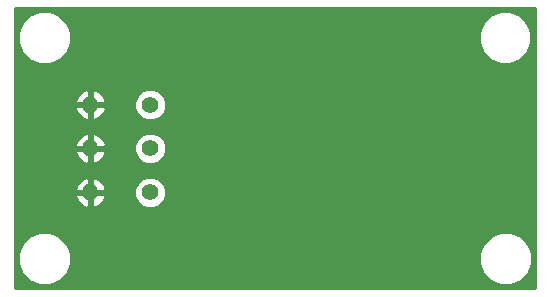
<source format=gbl>
G04 #@! TF.FileFunction,Copper,L2,Bot,Signal*
%FSLAX46Y46*%
G04 Gerber Fmt 4.6, Leading zero omitted, Abs format (unit mm)*
G04 Created by KiCad (PCBNEW 4.0.7) date 01/10/18 12:45:48*
%MOMM*%
%LPD*%
G01*
G04 APERTURE LIST*
%ADD10C,0.150000*%
%ADD11C,1.400000*%
%ADD12O,1.400000X1.400000*%
%ADD13C,0.254000*%
G04 APERTURE END LIST*
D10*
D11*
X88510000Y-59820000D03*
D12*
X83430000Y-59820000D03*
D11*
X88510000Y-63510000D03*
D12*
X83430000Y-63510000D03*
D11*
X88510000Y-67250000D03*
D12*
X83430000Y-67250000D03*
D13*
G36*
X121094500Y-75374500D02*
X77025500Y-75374500D01*
X77025500Y-73292619D01*
X77314613Y-73292619D01*
X77654155Y-74114372D01*
X78282321Y-74743636D01*
X79103481Y-75084611D01*
X79992619Y-75085387D01*
X80814372Y-74745845D01*
X81443636Y-74117679D01*
X81784611Y-73296519D01*
X81784614Y-73292619D01*
X116364613Y-73292619D01*
X116704155Y-74114372D01*
X117332321Y-74743636D01*
X118153481Y-75084611D01*
X119042619Y-75085387D01*
X119864372Y-74745845D01*
X120493636Y-74117679D01*
X120834611Y-73296519D01*
X120835387Y-72407381D01*
X120495845Y-71585628D01*
X119867679Y-70956364D01*
X119046519Y-70615389D01*
X118157381Y-70614613D01*
X117335628Y-70954155D01*
X116706364Y-71582321D01*
X116365389Y-72403481D01*
X116364613Y-73292619D01*
X81784614Y-73292619D01*
X81785387Y-72407381D01*
X81445845Y-71585628D01*
X80817679Y-70956364D01*
X79996519Y-70615389D01*
X79107381Y-70614613D01*
X78285628Y-70954155D01*
X77656364Y-71582321D01*
X77315389Y-72403481D01*
X77314613Y-73292619D01*
X77025500Y-73292619D01*
X77025500Y-67583329D01*
X82137284Y-67583329D01*
X82280203Y-67928396D01*
X82627337Y-68316764D01*
X83096669Y-68542727D01*
X83303000Y-68420206D01*
X83303000Y-67377000D01*
X83557000Y-67377000D01*
X83557000Y-68420206D01*
X83763331Y-68542727D01*
X84232663Y-68316764D01*
X84579797Y-67928396D01*
X84722716Y-67583329D01*
X84681501Y-67514383D01*
X87174769Y-67514383D01*
X87377582Y-68005229D01*
X87752796Y-68381098D01*
X88243287Y-68584768D01*
X88774383Y-68585231D01*
X89265229Y-68382418D01*
X89641098Y-68007204D01*
X89844768Y-67516713D01*
X89845231Y-66985617D01*
X89642418Y-66494771D01*
X89267204Y-66118902D01*
X88776713Y-65915232D01*
X88245617Y-65914769D01*
X87754771Y-66117582D01*
X87378902Y-66492796D01*
X87175232Y-66983287D01*
X87174769Y-67514383D01*
X84681501Y-67514383D01*
X84599374Y-67377000D01*
X83557000Y-67377000D01*
X83303000Y-67377000D01*
X82260626Y-67377000D01*
X82137284Y-67583329D01*
X77025500Y-67583329D01*
X77025500Y-66916671D01*
X82137284Y-66916671D01*
X82260626Y-67123000D01*
X83303000Y-67123000D01*
X83303000Y-66079794D01*
X83557000Y-66079794D01*
X83557000Y-67123000D01*
X84599374Y-67123000D01*
X84722716Y-66916671D01*
X84579797Y-66571604D01*
X84232663Y-66183236D01*
X83763331Y-65957273D01*
X83557000Y-66079794D01*
X83303000Y-66079794D01*
X83096669Y-65957273D01*
X82627337Y-66183236D01*
X82280203Y-66571604D01*
X82137284Y-66916671D01*
X77025500Y-66916671D01*
X77025500Y-63843329D01*
X82137284Y-63843329D01*
X82280203Y-64188396D01*
X82627337Y-64576764D01*
X83096669Y-64802727D01*
X83303000Y-64680206D01*
X83303000Y-63637000D01*
X83557000Y-63637000D01*
X83557000Y-64680206D01*
X83763331Y-64802727D01*
X84232663Y-64576764D01*
X84579797Y-64188396D01*
X84722716Y-63843329D01*
X84681501Y-63774383D01*
X87174769Y-63774383D01*
X87377582Y-64265229D01*
X87752796Y-64641098D01*
X88243287Y-64844768D01*
X88774383Y-64845231D01*
X89265229Y-64642418D01*
X89641098Y-64267204D01*
X89844768Y-63776713D01*
X89845231Y-63245617D01*
X89642418Y-62754771D01*
X89267204Y-62378902D01*
X88776713Y-62175232D01*
X88245617Y-62174769D01*
X87754771Y-62377582D01*
X87378902Y-62752796D01*
X87175232Y-63243287D01*
X87174769Y-63774383D01*
X84681501Y-63774383D01*
X84599374Y-63637000D01*
X83557000Y-63637000D01*
X83303000Y-63637000D01*
X82260626Y-63637000D01*
X82137284Y-63843329D01*
X77025500Y-63843329D01*
X77025500Y-63176671D01*
X82137284Y-63176671D01*
X82260626Y-63383000D01*
X83303000Y-63383000D01*
X83303000Y-62339794D01*
X83557000Y-62339794D01*
X83557000Y-63383000D01*
X84599374Y-63383000D01*
X84722716Y-63176671D01*
X84579797Y-62831604D01*
X84232663Y-62443236D01*
X83763331Y-62217273D01*
X83557000Y-62339794D01*
X83303000Y-62339794D01*
X83096669Y-62217273D01*
X82627337Y-62443236D01*
X82280203Y-62831604D01*
X82137284Y-63176671D01*
X77025500Y-63176671D01*
X77025500Y-60153329D01*
X82137284Y-60153329D01*
X82280203Y-60498396D01*
X82627337Y-60886764D01*
X83096669Y-61112727D01*
X83303000Y-60990206D01*
X83303000Y-59947000D01*
X83557000Y-59947000D01*
X83557000Y-60990206D01*
X83763331Y-61112727D01*
X84232663Y-60886764D01*
X84579797Y-60498396D01*
X84722716Y-60153329D01*
X84681501Y-60084383D01*
X87174769Y-60084383D01*
X87377582Y-60575229D01*
X87752796Y-60951098D01*
X88243287Y-61154768D01*
X88774383Y-61155231D01*
X89265229Y-60952418D01*
X89641098Y-60577204D01*
X89844768Y-60086713D01*
X89845231Y-59555617D01*
X89642418Y-59064771D01*
X89267204Y-58688902D01*
X88776713Y-58485232D01*
X88245617Y-58484769D01*
X87754771Y-58687582D01*
X87378902Y-59062796D01*
X87175232Y-59553287D01*
X87174769Y-60084383D01*
X84681501Y-60084383D01*
X84599374Y-59947000D01*
X83557000Y-59947000D01*
X83303000Y-59947000D01*
X82260626Y-59947000D01*
X82137284Y-60153329D01*
X77025500Y-60153329D01*
X77025500Y-59486671D01*
X82137284Y-59486671D01*
X82260626Y-59693000D01*
X83303000Y-59693000D01*
X83303000Y-58649794D01*
X83557000Y-58649794D01*
X83557000Y-59693000D01*
X84599374Y-59693000D01*
X84722716Y-59486671D01*
X84579797Y-59141604D01*
X84232663Y-58753236D01*
X83763331Y-58527273D01*
X83557000Y-58649794D01*
X83303000Y-58649794D01*
X83096669Y-58527273D01*
X82627337Y-58753236D01*
X82280203Y-59141604D01*
X82137284Y-59486671D01*
X77025500Y-59486671D01*
X77025500Y-54592619D01*
X77314613Y-54592619D01*
X77654155Y-55414372D01*
X78282321Y-56043636D01*
X79103481Y-56384611D01*
X79992619Y-56385387D01*
X80814372Y-56045845D01*
X81443636Y-55417679D01*
X81784611Y-54596519D01*
X81784614Y-54592619D01*
X116314613Y-54592619D01*
X116654155Y-55414372D01*
X117282321Y-56043636D01*
X118103481Y-56384611D01*
X118992619Y-56385387D01*
X119814372Y-56045845D01*
X120443636Y-55417679D01*
X120784611Y-54596519D01*
X120785387Y-53707381D01*
X120445845Y-52885628D01*
X119817679Y-52256364D01*
X118996519Y-51915389D01*
X118107381Y-51914613D01*
X117285628Y-52254155D01*
X116656364Y-52882321D01*
X116315389Y-53703481D01*
X116314613Y-54592619D01*
X81784614Y-54592619D01*
X81785387Y-53707381D01*
X81445845Y-52885628D01*
X80817679Y-52256364D01*
X79996519Y-51915389D01*
X79107381Y-51914613D01*
X78285628Y-52254155D01*
X77656364Y-52882321D01*
X77315389Y-53703481D01*
X77314613Y-54592619D01*
X77025500Y-54592619D01*
X77025500Y-51625500D01*
X121094500Y-51625500D01*
X121094500Y-75374500D01*
X121094500Y-75374500D01*
G37*
X121094500Y-75374500D02*
X77025500Y-75374500D01*
X77025500Y-73292619D01*
X77314613Y-73292619D01*
X77654155Y-74114372D01*
X78282321Y-74743636D01*
X79103481Y-75084611D01*
X79992619Y-75085387D01*
X80814372Y-74745845D01*
X81443636Y-74117679D01*
X81784611Y-73296519D01*
X81784614Y-73292619D01*
X116364613Y-73292619D01*
X116704155Y-74114372D01*
X117332321Y-74743636D01*
X118153481Y-75084611D01*
X119042619Y-75085387D01*
X119864372Y-74745845D01*
X120493636Y-74117679D01*
X120834611Y-73296519D01*
X120835387Y-72407381D01*
X120495845Y-71585628D01*
X119867679Y-70956364D01*
X119046519Y-70615389D01*
X118157381Y-70614613D01*
X117335628Y-70954155D01*
X116706364Y-71582321D01*
X116365389Y-72403481D01*
X116364613Y-73292619D01*
X81784614Y-73292619D01*
X81785387Y-72407381D01*
X81445845Y-71585628D01*
X80817679Y-70956364D01*
X79996519Y-70615389D01*
X79107381Y-70614613D01*
X78285628Y-70954155D01*
X77656364Y-71582321D01*
X77315389Y-72403481D01*
X77314613Y-73292619D01*
X77025500Y-73292619D01*
X77025500Y-67583329D01*
X82137284Y-67583329D01*
X82280203Y-67928396D01*
X82627337Y-68316764D01*
X83096669Y-68542727D01*
X83303000Y-68420206D01*
X83303000Y-67377000D01*
X83557000Y-67377000D01*
X83557000Y-68420206D01*
X83763331Y-68542727D01*
X84232663Y-68316764D01*
X84579797Y-67928396D01*
X84722716Y-67583329D01*
X84681501Y-67514383D01*
X87174769Y-67514383D01*
X87377582Y-68005229D01*
X87752796Y-68381098D01*
X88243287Y-68584768D01*
X88774383Y-68585231D01*
X89265229Y-68382418D01*
X89641098Y-68007204D01*
X89844768Y-67516713D01*
X89845231Y-66985617D01*
X89642418Y-66494771D01*
X89267204Y-66118902D01*
X88776713Y-65915232D01*
X88245617Y-65914769D01*
X87754771Y-66117582D01*
X87378902Y-66492796D01*
X87175232Y-66983287D01*
X87174769Y-67514383D01*
X84681501Y-67514383D01*
X84599374Y-67377000D01*
X83557000Y-67377000D01*
X83303000Y-67377000D01*
X82260626Y-67377000D01*
X82137284Y-67583329D01*
X77025500Y-67583329D01*
X77025500Y-66916671D01*
X82137284Y-66916671D01*
X82260626Y-67123000D01*
X83303000Y-67123000D01*
X83303000Y-66079794D01*
X83557000Y-66079794D01*
X83557000Y-67123000D01*
X84599374Y-67123000D01*
X84722716Y-66916671D01*
X84579797Y-66571604D01*
X84232663Y-66183236D01*
X83763331Y-65957273D01*
X83557000Y-66079794D01*
X83303000Y-66079794D01*
X83096669Y-65957273D01*
X82627337Y-66183236D01*
X82280203Y-66571604D01*
X82137284Y-66916671D01*
X77025500Y-66916671D01*
X77025500Y-63843329D01*
X82137284Y-63843329D01*
X82280203Y-64188396D01*
X82627337Y-64576764D01*
X83096669Y-64802727D01*
X83303000Y-64680206D01*
X83303000Y-63637000D01*
X83557000Y-63637000D01*
X83557000Y-64680206D01*
X83763331Y-64802727D01*
X84232663Y-64576764D01*
X84579797Y-64188396D01*
X84722716Y-63843329D01*
X84681501Y-63774383D01*
X87174769Y-63774383D01*
X87377582Y-64265229D01*
X87752796Y-64641098D01*
X88243287Y-64844768D01*
X88774383Y-64845231D01*
X89265229Y-64642418D01*
X89641098Y-64267204D01*
X89844768Y-63776713D01*
X89845231Y-63245617D01*
X89642418Y-62754771D01*
X89267204Y-62378902D01*
X88776713Y-62175232D01*
X88245617Y-62174769D01*
X87754771Y-62377582D01*
X87378902Y-62752796D01*
X87175232Y-63243287D01*
X87174769Y-63774383D01*
X84681501Y-63774383D01*
X84599374Y-63637000D01*
X83557000Y-63637000D01*
X83303000Y-63637000D01*
X82260626Y-63637000D01*
X82137284Y-63843329D01*
X77025500Y-63843329D01*
X77025500Y-63176671D01*
X82137284Y-63176671D01*
X82260626Y-63383000D01*
X83303000Y-63383000D01*
X83303000Y-62339794D01*
X83557000Y-62339794D01*
X83557000Y-63383000D01*
X84599374Y-63383000D01*
X84722716Y-63176671D01*
X84579797Y-62831604D01*
X84232663Y-62443236D01*
X83763331Y-62217273D01*
X83557000Y-62339794D01*
X83303000Y-62339794D01*
X83096669Y-62217273D01*
X82627337Y-62443236D01*
X82280203Y-62831604D01*
X82137284Y-63176671D01*
X77025500Y-63176671D01*
X77025500Y-60153329D01*
X82137284Y-60153329D01*
X82280203Y-60498396D01*
X82627337Y-60886764D01*
X83096669Y-61112727D01*
X83303000Y-60990206D01*
X83303000Y-59947000D01*
X83557000Y-59947000D01*
X83557000Y-60990206D01*
X83763331Y-61112727D01*
X84232663Y-60886764D01*
X84579797Y-60498396D01*
X84722716Y-60153329D01*
X84681501Y-60084383D01*
X87174769Y-60084383D01*
X87377582Y-60575229D01*
X87752796Y-60951098D01*
X88243287Y-61154768D01*
X88774383Y-61155231D01*
X89265229Y-60952418D01*
X89641098Y-60577204D01*
X89844768Y-60086713D01*
X89845231Y-59555617D01*
X89642418Y-59064771D01*
X89267204Y-58688902D01*
X88776713Y-58485232D01*
X88245617Y-58484769D01*
X87754771Y-58687582D01*
X87378902Y-59062796D01*
X87175232Y-59553287D01*
X87174769Y-60084383D01*
X84681501Y-60084383D01*
X84599374Y-59947000D01*
X83557000Y-59947000D01*
X83303000Y-59947000D01*
X82260626Y-59947000D01*
X82137284Y-60153329D01*
X77025500Y-60153329D01*
X77025500Y-59486671D01*
X82137284Y-59486671D01*
X82260626Y-59693000D01*
X83303000Y-59693000D01*
X83303000Y-58649794D01*
X83557000Y-58649794D01*
X83557000Y-59693000D01*
X84599374Y-59693000D01*
X84722716Y-59486671D01*
X84579797Y-59141604D01*
X84232663Y-58753236D01*
X83763331Y-58527273D01*
X83557000Y-58649794D01*
X83303000Y-58649794D01*
X83096669Y-58527273D01*
X82627337Y-58753236D01*
X82280203Y-59141604D01*
X82137284Y-59486671D01*
X77025500Y-59486671D01*
X77025500Y-54592619D01*
X77314613Y-54592619D01*
X77654155Y-55414372D01*
X78282321Y-56043636D01*
X79103481Y-56384611D01*
X79992619Y-56385387D01*
X80814372Y-56045845D01*
X81443636Y-55417679D01*
X81784611Y-54596519D01*
X81784614Y-54592619D01*
X116314613Y-54592619D01*
X116654155Y-55414372D01*
X117282321Y-56043636D01*
X118103481Y-56384611D01*
X118992619Y-56385387D01*
X119814372Y-56045845D01*
X120443636Y-55417679D01*
X120784611Y-54596519D01*
X120785387Y-53707381D01*
X120445845Y-52885628D01*
X119817679Y-52256364D01*
X118996519Y-51915389D01*
X118107381Y-51914613D01*
X117285628Y-52254155D01*
X116656364Y-52882321D01*
X116315389Y-53703481D01*
X116314613Y-54592619D01*
X81784614Y-54592619D01*
X81785387Y-53707381D01*
X81445845Y-52885628D01*
X80817679Y-52256364D01*
X79996519Y-51915389D01*
X79107381Y-51914613D01*
X78285628Y-52254155D01*
X77656364Y-52882321D01*
X77315389Y-53703481D01*
X77314613Y-54592619D01*
X77025500Y-54592619D01*
X77025500Y-51625500D01*
X121094500Y-51625500D01*
X121094500Y-75374500D01*
M02*

</source>
